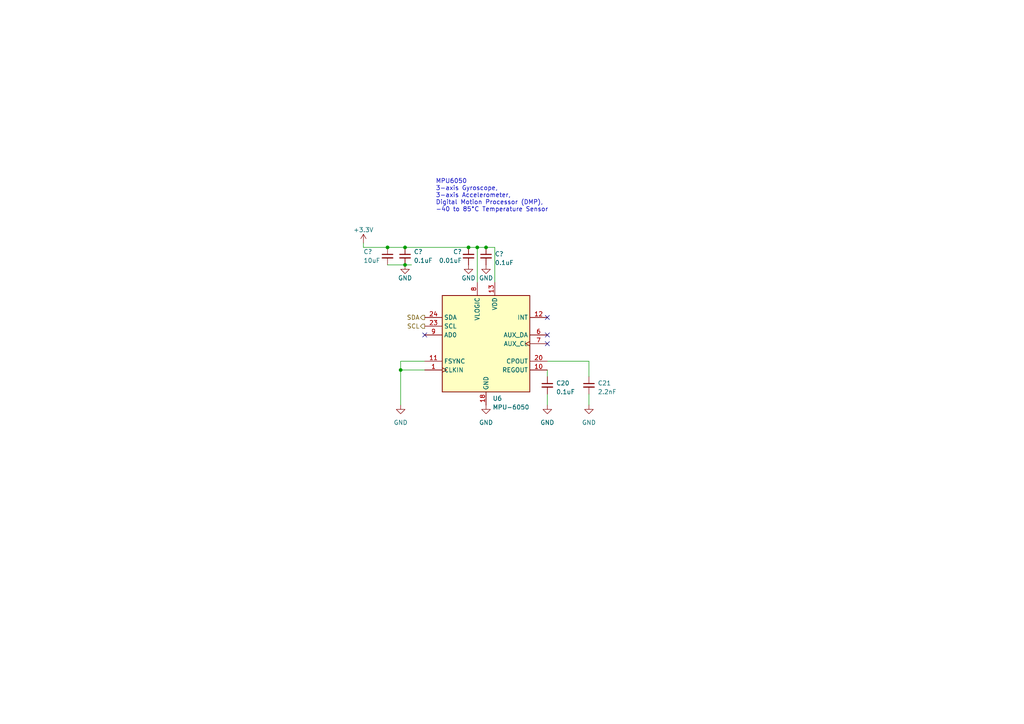
<source format=kicad_sch>
(kicad_sch (version 20230121) (generator eeschema)

  (uuid 62c22390-5170-498b-b663-7f66f396c347)

  (paper "A4")

  (lib_symbols
    (symbol "Device:C_Small" (pin_numbers hide) (pin_names (offset 0.254) hide) (in_bom yes) (on_board yes)
      (property "Reference" "C" (at 0.254 1.778 0)
        (effects (font (size 1.27 1.27)) (justify left))
      )
      (property "Value" "C_Small" (at 0.254 -2.032 0)
        (effects (font (size 1.27 1.27)) (justify left))
      )
      (property "Footprint" "" (at 0 0 0)
        (effects (font (size 1.27 1.27)) hide)
      )
      (property "Datasheet" "~" (at 0 0 0)
        (effects (font (size 1.27 1.27)) hide)
      )
      (property "ki_keywords" "capacitor cap" (at 0 0 0)
        (effects (font (size 1.27 1.27)) hide)
      )
      (property "ki_description" "Unpolarized capacitor, small symbol" (at 0 0 0)
        (effects (font (size 1.27 1.27)) hide)
      )
      (property "ki_fp_filters" "C_*" (at 0 0 0)
        (effects (font (size 1.27 1.27)) hide)
      )
      (symbol "C_Small_0_1"
        (polyline
          (pts
            (xy -1.524 -0.508)
            (xy 1.524 -0.508)
          )
          (stroke (width 0.3302) (type default))
          (fill (type none))
        )
        (polyline
          (pts
            (xy -1.524 0.508)
            (xy 1.524 0.508)
          )
          (stroke (width 0.3048) (type default))
          (fill (type none))
        )
      )
      (symbol "C_Small_1_1"
        (pin passive line (at 0 2.54 270) (length 2.032)
          (name "~" (effects (font (size 1.27 1.27))))
          (number "1" (effects (font (size 1.27 1.27))))
        )
        (pin passive line (at 0 -2.54 90) (length 2.032)
          (name "~" (effects (font (size 1.27 1.27))))
          (number "2" (effects (font (size 1.27 1.27))))
        )
      )
    )
    (symbol "Sensor_Motion:MPU-6050" (in_bom yes) (on_board yes)
      (property "Reference" "U" (at -11.43 13.97 0)
        (effects (font (size 1.27 1.27)))
      )
      (property "Value" "MPU-6050" (at 7.62 -15.24 0)
        (effects (font (size 1.27 1.27)))
      )
      (property "Footprint" "Sensor_Motion:InvenSense_QFN-24_4x4mm_P0.5mm" (at 0 -20.32 0)
        (effects (font (size 1.27 1.27)) hide)
      )
      (property "Datasheet" "https://invensense.tdk.com/wp-content/uploads/2015/02/MPU-6000-Datasheet1.pdf" (at 0 -3.81 0)
        (effects (font (size 1.27 1.27)) hide)
      )
      (property "ki_keywords" "mems" (at 0 0 0)
        (effects (font (size 1.27 1.27)) hide)
      )
      (property "ki_description" "InvenSense 6-Axis Motion Sensor, Gyroscope, Accelerometer, I2C" (at 0 0 0)
        (effects (font (size 1.27 1.27)) hide)
      )
      (property "ki_fp_filters" "*QFN*4x4mm*P0.5mm*" (at 0 0 0)
        (effects (font (size 1.27 1.27)) hide)
      )
      (symbol "MPU-6050_0_0"
        (text "" (at 12.7 -2.54 0)
          (effects (font (size 1.27 1.27)))
        )
      )
      (symbol "MPU-6050_0_1"
        (rectangle (start -12.7 13.97) (end 12.7 -13.97)
          (stroke (width 0.254) (type default))
          (fill (type background))
        )
      )
      (symbol "MPU-6050_1_1"
        (pin input clock (at -17.78 -7.62 0) (length 5.08)
          (name "CLKIN" (effects (font (size 1.27 1.27))))
          (number "1" (effects (font (size 1.27 1.27))))
        )
        (pin passive line (at 17.78 -7.62 180) (length 5.08)
          (name "REGOUT" (effects (font (size 1.27 1.27))))
          (number "10" (effects (font (size 1.27 1.27))))
        )
        (pin input line (at -17.78 -5.08 0) (length 5.08)
          (name "FSYNC" (effects (font (size 1.27 1.27))))
          (number "11" (effects (font (size 1.27 1.27))))
        )
        (pin output line (at 17.78 7.62 180) (length 5.08)
          (name "INT" (effects (font (size 1.27 1.27))))
          (number "12" (effects (font (size 1.27 1.27))))
        )
        (pin power_in line (at 2.54 17.78 270) (length 3.81)
          (name "VDD" (effects (font (size 1.27 1.27))))
          (number "13" (effects (font (size 1.27 1.27))))
        )
        (pin no_connect line (at -12.7 -10.16 0) (length 2.54) hide
          (name "NC" (effects (font (size 1.27 1.27))))
          (number "14" (effects (font (size 1.27 1.27))))
        )
        (pin no_connect line (at 12.7 12.7 180) (length 2.54) hide
          (name "NC" (effects (font (size 1.27 1.27))))
          (number "15" (effects (font (size 1.27 1.27))))
        )
        (pin no_connect line (at 12.7 10.16 180) (length 2.54) hide
          (name "NC" (effects (font (size 1.27 1.27))))
          (number "16" (effects (font (size 1.27 1.27))))
        )
        (pin no_connect line (at 12.7 5.08 180) (length 2.54) hide
          (name "NC" (effects (font (size 1.27 1.27))))
          (number "17" (effects (font (size 1.27 1.27))))
        )
        (pin power_in line (at 0 -17.78 90) (length 3.81)
          (name "GND" (effects (font (size 1.27 1.27))))
          (number "18" (effects (font (size 1.27 1.27))))
        )
        (pin no_connect line (at 12.7 -10.16 180) (length 2.54) hide
          (name "RESV" (effects (font (size 1.27 1.27))))
          (number "19" (effects (font (size 1.27 1.27))))
        )
        (pin no_connect line (at -12.7 12.7 0) (length 2.54) hide
          (name "NC" (effects (font (size 1.27 1.27))))
          (number "2" (effects (font (size 1.27 1.27))))
        )
        (pin passive line (at 17.78 -5.08 180) (length 5.08)
          (name "CPOUT" (effects (font (size 1.27 1.27))))
          (number "20" (effects (font (size 1.27 1.27))))
        )
        (pin no_connect line (at 12.7 -2.54 180) (length 2.54) hide
          (name "RESV" (effects (font (size 1.27 1.27))))
          (number "21" (effects (font (size 1.27 1.27))))
        )
        (pin no_connect line (at 12.7 -12.7 180) (length 2.54) hide
          (name "RESV" (effects (font (size 1.27 1.27))))
          (number "22" (effects (font (size 1.27 1.27))))
        )
        (pin input line (at -17.78 5.08 0) (length 5.08)
          (name "SCL" (effects (font (size 1.27 1.27))))
          (number "23" (effects (font (size 1.27 1.27))))
        )
        (pin bidirectional line (at -17.78 7.62 0) (length 5.08)
          (name "SDA" (effects (font (size 1.27 1.27))))
          (number "24" (effects (font (size 1.27 1.27))))
        )
        (pin no_connect line (at -12.7 10.16 0) (length 2.54) hide
          (name "NC" (effects (font (size 1.27 1.27))))
          (number "3" (effects (font (size 1.27 1.27))))
        )
        (pin no_connect line (at -12.7 0 0) (length 2.54) hide
          (name "NC" (effects (font (size 1.27 1.27))))
          (number "4" (effects (font (size 1.27 1.27))))
        )
        (pin no_connect line (at -12.7 -2.54 0) (length 2.54) hide
          (name "NC" (effects (font (size 1.27 1.27))))
          (number "5" (effects (font (size 1.27 1.27))))
        )
        (pin bidirectional line (at 17.78 2.54 180) (length 5.08)
          (name "AUX_DA" (effects (font (size 1.27 1.27))))
          (number "6" (effects (font (size 1.27 1.27))))
        )
        (pin output clock (at 17.78 0 180) (length 5.08)
          (name "AUX_CL" (effects (font (size 1.27 1.27))))
          (number "7" (effects (font (size 1.27 1.27))))
        )
        (pin power_in line (at -2.54 17.78 270) (length 3.81)
          (name "VLOGIC" (effects (font (size 1.27 1.27))))
          (number "8" (effects (font (size 1.27 1.27))))
        )
        (pin input line (at -17.78 2.54 0) (length 5.08)
          (name "AD0" (effects (font (size 1.27 1.27))))
          (number "9" (effects (font (size 1.27 1.27))))
        )
      )
    )
    (symbol "power:+3.3V" (power) (pin_names (offset 0)) (in_bom yes) (on_board yes)
      (property "Reference" "#PWR" (at 0 -3.81 0)
        (effects (font (size 1.27 1.27)) hide)
      )
      (property "Value" "+3.3V" (at 0 3.556 0)
        (effects (font (size 1.27 1.27)))
      )
      (property "Footprint" "" (at 0 0 0)
        (effects (font (size 1.27 1.27)) hide)
      )
      (property "Datasheet" "" (at 0 0 0)
        (effects (font (size 1.27 1.27)) hide)
      )
      (property "ki_keywords" "global power" (at 0 0 0)
        (effects (font (size 1.27 1.27)) hide)
      )
      (property "ki_description" "Power symbol creates a global label with name \"+3.3V\"" (at 0 0 0)
        (effects (font (size 1.27 1.27)) hide)
      )
      (symbol "+3.3V_0_1"
        (polyline
          (pts
            (xy -0.762 1.27)
            (xy 0 2.54)
          )
          (stroke (width 0) (type default))
          (fill (type none))
        )
        (polyline
          (pts
            (xy 0 0)
            (xy 0 2.54)
          )
          (stroke (width 0) (type default))
          (fill (type none))
        )
        (polyline
          (pts
            (xy 0 2.54)
            (xy 0.762 1.27)
          )
          (stroke (width 0) (type default))
          (fill (type none))
        )
      )
      (symbol "+3.3V_1_1"
        (pin power_in line (at 0 0 90) (length 0) hide
          (name "+3.3V" (effects (font (size 1.27 1.27))))
          (number "1" (effects (font (size 1.27 1.27))))
        )
      )
    )
    (symbol "power:GND" (power) (pin_names (offset 0)) (in_bom yes) (on_board yes)
      (property "Reference" "#PWR" (at 0 -6.35 0)
        (effects (font (size 1.27 1.27)) hide)
      )
      (property "Value" "GND" (at 0 -3.81 0)
        (effects (font (size 1.27 1.27)))
      )
      (property "Footprint" "" (at 0 0 0)
        (effects (font (size 1.27 1.27)) hide)
      )
      (property "Datasheet" "" (at 0 0 0)
        (effects (font (size 1.27 1.27)) hide)
      )
      (property "ki_keywords" "global power" (at 0 0 0)
        (effects (font (size 1.27 1.27)) hide)
      )
      (property "ki_description" "Power symbol creates a global label with name \"GND\" , ground" (at 0 0 0)
        (effects (font (size 1.27 1.27)) hide)
      )
      (symbol "GND_0_1"
        (polyline
          (pts
            (xy 0 0)
            (xy 0 -1.27)
            (xy 1.27 -1.27)
            (xy 0 -2.54)
            (xy -1.27 -1.27)
            (xy 0 -1.27)
          )
          (stroke (width 0) (type default))
          (fill (type none))
        )
      )
      (symbol "GND_1_1"
        (pin power_in line (at 0 0 270) (length 0) hide
          (name "GND" (effects (font (size 1.27 1.27))))
          (number "1" (effects (font (size 1.27 1.27))))
        )
      )
    )
  )

  (junction (at 135.89 71.755) (diameter 0) (color 0 0 0 0)
    (uuid 854c2eda-60df-4843-8fa0-71209f4c4765)
  )
  (junction (at 117.475 76.835) (diameter 0) (color 0 0 0 0)
    (uuid 9ef9db10-5af7-4276-be82-e7bb32bf2979)
  )
  (junction (at 112.395 71.755) (diameter 0) (color 0 0 0 0)
    (uuid 9f80e30b-bb31-4672-9c7d-94fa3123ae0e)
  )
  (junction (at 140.97 71.755) (diameter 0) (color 0 0 0 0)
    (uuid ac6103bc-ae8d-4d72-a45b-f5e04bdf4685)
  )
  (junction (at 138.43 71.755) (diameter 0) (color 0 0 0 0)
    (uuid be9d5b65-27c5-4c11-afd7-d4f3505174d7)
  )
  (junction (at 116.205 107.315) (diameter 0) (color 0 0 0 0)
    (uuid ed6dcb85-08d6-4e8b-a055-df6a26583792)
  )
  (junction (at 117.475 71.755) (diameter 0) (color 0 0 0 0)
    (uuid fe234fc0-3e03-46bc-b158-4f83a4d9371a)
  )

  (no_connect (at 123.19 97.155) (uuid 13727422-fd27-43b9-9d61-495c605daddb))
  (no_connect (at 158.75 97.155) (uuid 16555e23-8068-43a4-98ea-dae05284c3f5))
  (no_connect (at 158.75 92.075) (uuid 9ae42f28-0523-4360-a3e6-5373f826c62d))
  (no_connect (at 158.75 99.695) (uuid edf45302-f5f3-4af1-8461-11260daa79b6))

  (wire (pts (xy 123.19 104.775) (xy 116.205 104.775))
    (stroke (width 0) (type default))
    (uuid 00cb04f0-df06-462c-b39b-81e8e7782547)
  )
  (wire (pts (xy 138.43 71.755) (xy 140.97 71.755))
    (stroke (width 0) (type default))
    (uuid 181aeec6-3ecd-4247-9bda-ee445e2a545c)
  )
  (wire (pts (xy 117.475 76.835) (xy 119.38 76.835))
    (stroke (width 0) (type default))
    (uuid 1be92ae1-7cb8-4b41-a13d-0d5824b70c57)
  )
  (wire (pts (xy 158.75 109.22) (xy 158.75 107.315))
    (stroke (width 0) (type default))
    (uuid 1e851358-1410-40dc-949e-85c7bb13df19)
  )
  (wire (pts (xy 112.395 76.835) (xy 117.475 76.835))
    (stroke (width 0) (type default))
    (uuid 31d3d496-650d-469f-b575-74b26a54719a)
  )
  (wire (pts (xy 135.89 71.755) (xy 138.43 71.755))
    (stroke (width 0) (type default))
    (uuid 3e014802-b1fe-473e-b413-62d132137625)
  )
  (wire (pts (xy 116.205 107.315) (xy 116.205 117.475))
    (stroke (width 0) (type default))
    (uuid 4edd126d-cd17-49fa-83b5-5aaf78f04775)
  )
  (wire (pts (xy 158.75 117.475) (xy 158.75 114.3))
    (stroke (width 0) (type default))
    (uuid 50c402fe-399b-4b2d-ab96-715a36e8d23c)
  )
  (wire (pts (xy 170.815 117.475) (xy 170.815 114.3))
    (stroke (width 0) (type default))
    (uuid 50ed384a-48db-4e95-9f86-ea5f21c86fe1)
  )
  (wire (pts (xy 143.51 71.755) (xy 143.51 81.915))
    (stroke (width 0) (type default))
    (uuid 6702bdc6-314b-4c13-b12d-07e73c828f72)
  )
  (wire (pts (xy 105.41 70.485) (xy 105.41 71.755))
    (stroke (width 0) (type default))
    (uuid 689175c7-ea77-4b75-87ce-8ee2954fbe9f)
  )
  (wire (pts (xy 116.205 104.775) (xy 116.205 107.315))
    (stroke (width 0) (type default))
    (uuid 85dd9266-add4-4014-909b-526de8bc6ae2)
  )
  (wire (pts (xy 170.815 104.775) (xy 158.75 104.775))
    (stroke (width 0) (type default))
    (uuid 947aab08-59bf-4785-a3f0-4a95b74ba5be)
  )
  (wire (pts (xy 116.205 107.315) (xy 123.19 107.315))
    (stroke (width 0) (type default))
    (uuid 9e65962b-49d9-42ff-ab3a-3a111322c5e4)
  )
  (wire (pts (xy 138.43 81.915) (xy 138.43 71.755))
    (stroke (width 0) (type default))
    (uuid b207cdc5-04dd-46c5-a696-8d530a48961d)
  )
  (wire (pts (xy 170.815 109.22) (xy 170.815 104.775))
    (stroke (width 0) (type default))
    (uuid ba9f99b3-a38c-4d57-8d19-3eaec2bf4a13)
  )
  (wire (pts (xy 105.41 71.755) (xy 112.395 71.755))
    (stroke (width 0) (type default))
    (uuid c875c785-b524-4964-a4bf-c0092757878d)
  )
  (wire (pts (xy 117.475 71.755) (xy 135.89 71.755))
    (stroke (width 0) (type default))
    (uuid df3fc9fe-50f2-4b2a-8431-7ab52a623855)
  )
  (wire (pts (xy 112.395 71.755) (xy 117.475 71.755))
    (stroke (width 0) (type default))
    (uuid f1d38669-d684-4c5a-9c18-47dfde34ae4d)
  )
  (wire (pts (xy 140.97 71.755) (xy 143.51 71.755))
    (stroke (width 0) (type default))
    (uuid f461b7da-9b1f-4985-9fb5-6ea86257b182)
  )

  (text "MPU6050\n3-axis Gyroscope,\n3-axis Accelerometer,\nDigital Motion Processor (DMP),\n-40 to 85°C Temperature Sensor"
    (at 126.365 61.595 0)
    (effects (font (size 1.27 1.27)) (justify left bottom))
    (uuid e79e458f-0c3d-4608-9161-50deb64b1114)
  )

  (hierarchical_label "SDA" (shape output) (at 123.19 92.075 180) (fields_autoplaced)
    (effects (font (size 1.27 1.27)) (justify right))
    (uuid 3ada1362-e6b3-48bd-b268-bb328436a085)
  )
  (hierarchical_label "SCL" (shape output) (at 123.19 94.615 180) (fields_autoplaced)
    (effects (font (size 1.27 1.27)) (justify right))
    (uuid c40a7c24-8a25-4f55-8cb2-b7d172d23547)
  )

  (symbol (lib_id "Device:C_Small") (at 117.475 74.295 0) (unit 1)
    (in_bom yes) (on_board yes) (dnp no)
    (uuid 0afa6684-559f-4304-b8c3-6bc2c162a923)
    (property "Reference" "C?" (at 120.015 73.025 0)
      (effects (font (size 1.27 1.27)) (justify left))
    )
    (property "Value" "0.1uF" (at 120.015 75.565 0)
      (effects (font (size 1.27 1.27)) (justify left))
    )
    (property "Footprint" "" (at 117.475 74.295 0)
      (effects (font (size 1.27 1.27)) hide)
    )
    (property "Datasheet" "~" (at 117.475 74.295 0)
      (effects (font (size 1.27 1.27)) hide)
    )
    (pin "1" (uuid 65cb4da6-8c17-49a3-9d80-b8fcf0bd3848))
    (pin "2" (uuid 533012f6-6c3f-4d59-92df-7bdf02d9876d))
    (instances
      (project "Hapty"
        (path "/6956d5b6-c4e4-494f-ad33-929668a150f2/ff10d402-8077-45c3-ba96-60f8586bcca3"
          (reference "C?") (unit 1)
        )
        (path "/6956d5b6-c4e4-494f-ad33-929668a150f2/5bd4b14b-07a8-425c-a6d0-173239a56a7a"
          (reference "C17") (unit 1)
        )
      )
    )
  )

  (symbol (lib_id "power:GND") (at 158.75 117.475 0) (unit 1)
    (in_bom yes) (on_board yes) (dnp no) (fields_autoplaced)
    (uuid 0fec2242-01c6-4155-9018-f3d5a3799c39)
    (property "Reference" "#PWR046" (at 158.75 123.825 0)
      (effects (font (size 1.27 1.27)) hide)
    )
    (property "Value" "GND" (at 158.75 122.555 0)
      (effects (font (size 1.27 1.27)))
    )
    (property "Footprint" "" (at 158.75 117.475 0)
      (effects (font (size 1.27 1.27)) hide)
    )
    (property "Datasheet" "" (at 158.75 117.475 0)
      (effects (font (size 1.27 1.27)) hide)
    )
    (pin "1" (uuid 715224f0-2a52-4d2e-823b-2b058b3464de))
    (instances
      (project "Hapty"
        (path "/6956d5b6-c4e4-494f-ad33-929668a150f2/5bd4b14b-07a8-425c-a6d0-173239a56a7a"
          (reference "#PWR046") (unit 1)
        )
      )
    )
  )

  (symbol (lib_id "power:+3.3V") (at 105.41 70.485 0) (mirror y) (unit 1)
    (in_bom yes) (on_board yes) (dnp no)
    (uuid 2b42cdfe-a5b4-4b74-9bd4-29ba8cf04fb2)
    (property "Reference" "#PWR?" (at 105.41 74.295 0)
      (effects (font (size 1.27 1.27)) hide)
    )
    (property "Value" "+3.3V" (at 105.41 66.675 0)
      (effects (font (size 1.27 1.27)))
    )
    (property "Footprint" "" (at 105.41 70.485 0)
      (effects (font (size 1.27 1.27)) hide)
    )
    (property "Datasheet" "" (at 105.41 70.485 0)
      (effects (font (size 1.27 1.27)) hide)
    )
    (pin "1" (uuid 7f37d372-9382-4d50-a6a2-969bf3220fab))
    (instances
      (project "Hapty"
        (path "/6956d5b6-c4e4-494f-ad33-929668a150f2/ff10d402-8077-45c3-ba96-60f8586bcca3"
          (reference "#PWR?") (unit 1)
        )
        (path "/6956d5b6-c4e4-494f-ad33-929668a150f2/5bd4b14b-07a8-425c-a6d0-173239a56a7a"
          (reference "#PWR040") (unit 1)
        )
      )
    )
  )

  (symbol (lib_id "Device:C_Small") (at 170.815 111.76 0) (unit 1)
    (in_bom yes) (on_board yes) (dnp no)
    (uuid 30bf79e9-db1d-4704-baaa-01d47a028a07)
    (property "Reference" "C21" (at 173.355 111.125 0)
      (effects (font (size 1.27 1.27)) (justify left))
    )
    (property "Value" "2.2nF" (at 173.355 113.665 0)
      (effects (font (size 1.27 1.27)) (justify left))
    )
    (property "Footprint" "" (at 170.815 111.76 0)
      (effects (font (size 1.27 1.27)) hide)
    )
    (property "Datasheet" "~" (at 170.815 111.76 0)
      (effects (font (size 1.27 1.27)) hide)
    )
    (pin "1" (uuid 8cfa7a97-1bd3-433e-8558-9a5a21d1308a))
    (pin "2" (uuid a70ba7f2-9a36-49e5-b69c-459c23ef26e9))
    (instances
      (project "Hapty"
        (path "/6956d5b6-c4e4-494f-ad33-929668a150f2/5bd4b14b-07a8-425c-a6d0-173239a56a7a"
          (reference "C21") (unit 1)
        )
      )
    )
  )

  (symbol (lib_id "Device:C_Small") (at 112.395 74.295 0) (unit 1)
    (in_bom yes) (on_board yes) (dnp no)
    (uuid 5b688c4f-a4b6-47e2-8af0-bc685dfed7e2)
    (property "Reference" "C?" (at 105.41 73.025 0)
      (effects (font (size 1.27 1.27)) (justify left))
    )
    (property "Value" "10uF" (at 105.41 75.565 0)
      (effects (font (size 1.27 1.27)) (justify left))
    )
    (property "Footprint" "" (at 112.395 74.295 0)
      (effects (font (size 1.27 1.27)) hide)
    )
    (property "Datasheet" "~" (at 112.395 74.295 0)
      (effects (font (size 1.27 1.27)) hide)
    )
    (pin "1" (uuid 5ea1832d-23b4-4c46-96d4-e9f3bcdd6fef))
    (pin "2" (uuid d9b573b1-0e00-49f5-8c5a-d59334196c8e))
    (instances
      (project "Hapty"
        (path "/6956d5b6-c4e4-494f-ad33-929668a150f2/ff10d402-8077-45c3-ba96-60f8586bcca3"
          (reference "C?") (unit 1)
        )
        (path "/6956d5b6-c4e4-494f-ad33-929668a150f2/5bd4b14b-07a8-425c-a6d0-173239a56a7a"
          (reference "C16") (unit 1)
        )
      )
    )
  )

  (symbol (lib_id "Device:C_Small") (at 135.89 74.295 180) (unit 1)
    (in_bom yes) (on_board yes) (dnp no)
    (uuid 6bd188c6-9ccd-4822-8885-41d9d6ee74f3)
    (property "Reference" "C?" (at 133.985 73.025 0)
      (effects (font (size 1.27 1.27)) (justify left))
    )
    (property "Value" "0.01uF" (at 133.985 75.565 0)
      (effects (font (size 1.27 1.27)) (justify left))
    )
    (property "Footprint" "" (at 135.89 74.295 0)
      (effects (font (size 1.27 1.27)) hide)
    )
    (property "Datasheet" "~" (at 135.89 74.295 0)
      (effects (font (size 1.27 1.27)) hide)
    )
    (pin "1" (uuid 8f228723-b66e-4fba-81b2-b79b365bfed5))
    (pin "2" (uuid 91fd3d94-1fe9-435f-b78b-e2c14160297c))
    (instances
      (project "Hapty"
        (path "/6956d5b6-c4e4-494f-ad33-929668a150f2/ff10d402-8077-45c3-ba96-60f8586bcca3"
          (reference "C?") (unit 1)
        )
        (path "/6956d5b6-c4e4-494f-ad33-929668a150f2/5bd4b14b-07a8-425c-a6d0-173239a56a7a"
          (reference "C18") (unit 1)
        )
      )
    )
  )

  (symbol (lib_id "power:GND") (at 135.89 76.835 0) (unit 1)
    (in_bom yes) (on_board yes) (dnp no)
    (uuid 79ba71e7-4382-4157-9615-0112115cb134)
    (property "Reference" "#PWR?" (at 135.89 83.185 0)
      (effects (font (size 1.27 1.27)) hide)
    )
    (property "Value" "GND" (at 135.89 80.645 0)
      (effects (font (size 1.27 1.27)))
    )
    (property "Footprint" "" (at 135.89 76.835 0)
      (effects (font (size 1.27 1.27)) hide)
    )
    (property "Datasheet" "" (at 135.89 76.835 0)
      (effects (font (size 1.27 1.27)) hide)
    )
    (pin "1" (uuid b99a8c65-d622-4df3-8cbd-830a5afb2f79))
    (instances
      (project "Hapty"
        (path "/6956d5b6-c4e4-494f-ad33-929668a150f2/ff10d402-8077-45c3-ba96-60f8586bcca3"
          (reference "#PWR?") (unit 1)
        )
        (path "/6956d5b6-c4e4-494f-ad33-929668a150f2/5bd4b14b-07a8-425c-a6d0-173239a56a7a"
          (reference "#PWR043") (unit 1)
        )
      )
    )
  )

  (symbol (lib_id "power:GND") (at 140.97 76.835 0) (unit 1)
    (in_bom yes) (on_board yes) (dnp no)
    (uuid 804d9cf0-26d6-4243-932c-6966e3cf79d7)
    (property "Reference" "#PWR?" (at 140.97 83.185 0)
      (effects (font (size 1.27 1.27)) hide)
    )
    (property "Value" "GND" (at 140.97 80.645 0)
      (effects (font (size 1.27 1.27)))
    )
    (property "Footprint" "" (at 140.97 76.835 0)
      (effects (font (size 1.27 1.27)) hide)
    )
    (property "Datasheet" "" (at 140.97 76.835 0)
      (effects (font (size 1.27 1.27)) hide)
    )
    (pin "1" (uuid 740de54d-fe61-493f-b883-ed0969ab2799))
    (instances
      (project "Hapty"
        (path "/6956d5b6-c4e4-494f-ad33-929668a150f2/ff10d402-8077-45c3-ba96-60f8586bcca3"
          (reference "#PWR?") (unit 1)
        )
        (path "/6956d5b6-c4e4-494f-ad33-929668a150f2/5bd4b14b-07a8-425c-a6d0-173239a56a7a"
          (reference "#PWR044") (unit 1)
        )
      )
    )
  )

  (symbol (lib_id "power:GND") (at 140.97 117.475 0) (unit 1)
    (in_bom yes) (on_board yes) (dnp no) (fields_autoplaced)
    (uuid a948ddd7-b370-4416-a839-8b1e859e2bba)
    (property "Reference" "#PWR045" (at 140.97 123.825 0)
      (effects (font (size 1.27 1.27)) hide)
    )
    (property "Value" "GND" (at 140.97 122.555 0)
      (effects (font (size 1.27 1.27)))
    )
    (property "Footprint" "" (at 140.97 117.475 0)
      (effects (font (size 1.27 1.27)) hide)
    )
    (property "Datasheet" "" (at 140.97 117.475 0)
      (effects (font (size 1.27 1.27)) hide)
    )
    (pin "1" (uuid 4433d385-171c-4313-b669-096652f97676))
    (instances
      (project "Hapty"
        (path "/6956d5b6-c4e4-494f-ad33-929668a150f2/5bd4b14b-07a8-425c-a6d0-173239a56a7a"
          (reference "#PWR045") (unit 1)
        )
      )
    )
  )

  (symbol (lib_id "power:GND") (at 170.815 117.475 0) (unit 1)
    (in_bom yes) (on_board yes) (dnp no) (fields_autoplaced)
    (uuid a989ef8a-15ed-4098-8f38-70807cb7cce4)
    (property "Reference" "#PWR047" (at 170.815 123.825 0)
      (effects (font (size 1.27 1.27)) hide)
    )
    (property "Value" "GND" (at 170.815 122.555 0)
      (effects (font (size 1.27 1.27)))
    )
    (property "Footprint" "" (at 170.815 117.475 0)
      (effects (font (size 1.27 1.27)) hide)
    )
    (property "Datasheet" "" (at 170.815 117.475 0)
      (effects (font (size 1.27 1.27)) hide)
    )
    (pin "1" (uuid efba4a36-4eb4-4879-8a9d-51e13b6f2f0c))
    (instances
      (project "Hapty"
        (path "/6956d5b6-c4e4-494f-ad33-929668a150f2/5bd4b14b-07a8-425c-a6d0-173239a56a7a"
          (reference "#PWR047") (unit 1)
        )
      )
    )
  )

  (symbol (lib_id "power:GND") (at 116.205 117.475 0) (unit 1)
    (in_bom yes) (on_board yes) (dnp no) (fields_autoplaced)
    (uuid c415a60b-b507-47ec-a7af-dc8dc373fe9c)
    (property "Reference" "#PWR041" (at 116.205 123.825 0)
      (effects (font (size 1.27 1.27)) hide)
    )
    (property "Value" "GND" (at 116.205 122.555 0)
      (effects (font (size 1.27 1.27)))
    )
    (property "Footprint" "" (at 116.205 117.475 0)
      (effects (font (size 1.27 1.27)) hide)
    )
    (property "Datasheet" "" (at 116.205 117.475 0)
      (effects (font (size 1.27 1.27)) hide)
    )
    (pin "1" (uuid 1f2a5712-1cc3-4048-8c3f-339273e1f6bc))
    (instances
      (project "Hapty"
        (path "/6956d5b6-c4e4-494f-ad33-929668a150f2/5bd4b14b-07a8-425c-a6d0-173239a56a7a"
          (reference "#PWR041") (unit 1)
        )
      )
    )
  )

  (symbol (lib_id "Device:C_Small") (at 158.75 111.76 0) (unit 1)
    (in_bom yes) (on_board yes) (dnp no)
    (uuid c570a5d3-a502-4ff8-a57f-49e09da1c7ad)
    (property "Reference" "C20" (at 161.29 111.125 0)
      (effects (font (size 1.27 1.27)) (justify left))
    )
    (property "Value" "0.1uF" (at 161.29 113.665 0)
      (effects (font (size 1.27 1.27)) (justify left))
    )
    (property "Footprint" "" (at 158.75 111.76 0)
      (effects (font (size 1.27 1.27)) hide)
    )
    (property "Datasheet" "~" (at 158.75 111.76 0)
      (effects (font (size 1.27 1.27)) hide)
    )
    (pin "1" (uuid d627ac1b-dc86-4a51-a31f-f245ceb8815e))
    (pin "2" (uuid dc19e231-ac09-45b5-b3f2-acc111f03e39))
    (instances
      (project "Hapty"
        (path "/6956d5b6-c4e4-494f-ad33-929668a150f2/5bd4b14b-07a8-425c-a6d0-173239a56a7a"
          (reference "C20") (unit 1)
        )
      )
    )
  )

  (symbol (lib_id "Device:C_Small") (at 140.97 74.295 0) (unit 1)
    (in_bom yes) (on_board yes) (dnp no)
    (uuid e3b01c13-ee93-4472-af81-6906b6fc3962)
    (property "Reference" "C?" (at 143.51 73.66 0)
      (effects (font (size 1.27 1.27)) (justify left))
    )
    (property "Value" "0.1uF" (at 143.51 76.2 0)
      (effects (font (size 1.27 1.27)) (justify left))
    )
    (property "Footprint" "" (at 140.97 74.295 0)
      (effects (font (size 1.27 1.27)) hide)
    )
    (property "Datasheet" "~" (at 140.97 74.295 0)
      (effects (font (size 1.27 1.27)) hide)
    )
    (pin "1" (uuid b0708132-a6a6-4558-a9b6-8f67bc3455fb))
    (pin "2" (uuid c0953da4-4266-409e-976b-00adec9de8aa))
    (instances
      (project "Hapty"
        (path "/6956d5b6-c4e4-494f-ad33-929668a150f2/ff10d402-8077-45c3-ba96-60f8586bcca3"
          (reference "C?") (unit 1)
        )
        (path "/6956d5b6-c4e4-494f-ad33-929668a150f2/5bd4b14b-07a8-425c-a6d0-173239a56a7a"
          (reference "C19") (unit 1)
        )
      )
    )
  )

  (symbol (lib_id "Sensor_Motion:MPU-6050") (at 140.97 99.695 0) (unit 1)
    (in_bom yes) (on_board yes) (dnp no)
    (uuid e56c9a6d-d31d-442b-b915-73c16894f53b)
    (property "Reference" "U6" (at 142.875 115.57 0)
      (effects (font (size 1.27 1.27)) (justify left))
    )
    (property "Value" "MPU-6050" (at 142.875 118.11 0)
      (effects (font (size 1.27 1.27)) (justify left))
    )
    (property "Footprint" "Sensor_Motion:InvenSense_QFN-24_4x4mm_P0.5mm" (at 140.97 120.015 0)
      (effects (font (size 1.27 1.27)) hide)
    )
    (property "Datasheet" "https://invensense.tdk.com/wp-content/uploads/2015/02/MPU-6000-Datasheet1.pdf" (at 140.97 103.505 0)
      (effects (font (size 1.27 1.27)) hide)
    )
    (pin "1" (uuid e57ef457-8e40-4ae6-9332-5b5ec7275964))
    (pin "10" (uuid bfed34fd-403c-4749-a6bf-26cf2b314fff))
    (pin "11" (uuid a2daafbe-a1c7-4a70-8cd2-40b00e70019e))
    (pin "12" (uuid 32fa9fed-64de-4fc6-aa87-45db9e405bd6))
    (pin "13" (uuid 0dc89f72-1cec-4feb-8cd7-386fbc526e14))
    (pin "14" (uuid e6742ae7-438c-42f5-8bb2-e7ef0e5047c4))
    (pin "15" (uuid 4fbcfb6e-127b-4237-81f1-2c00159a799e))
    (pin "16" (uuid da177b97-7ac3-4fdf-ad84-db3f9e887e8a))
    (pin "17" (uuid 7ca9644d-a713-4ba1-83e0-984296ce0976))
    (pin "18" (uuid aa0d8a5c-0a4a-49fd-822e-5ef4c85e8058))
    (pin "19" (uuid fd085819-4624-4531-ab20-3c0017697066))
    (pin "2" (uuid ca5f5fc4-1d09-45d8-b7f9-a76cf7b4c132))
    (pin "20" (uuid 9f059d09-5edb-4278-a30b-12da357f3e20))
    (pin "21" (uuid bde28cbc-51dc-4fff-a8ff-2723aa4a530c))
    (pin "22" (uuid 7153df41-8d8e-46ce-9140-f62bec1545ce))
    (pin "23" (uuid afa4ccaa-ca24-41df-9179-36a37b3a3ed9))
    (pin "24" (uuid 3f7cc9cb-1c35-425f-b1f1-7f1a03d3b7cd))
    (pin "3" (uuid 803ac8ca-8867-4936-b548-93d5171581b8))
    (pin "4" (uuid 66889b5b-9a66-43b8-8597-6092f36c2e62))
    (pin "5" (uuid 2d5d003a-1a13-47db-a588-8f5e25b27150))
    (pin "6" (uuid c00d38b9-d6b3-482f-966e-8b0825b35ac8))
    (pin "7" (uuid cb1e2eb7-6404-49f6-895c-648843af03ed))
    (pin "8" (uuid 7ae1f84a-47a7-49b1-8372-abcc11e79e30))
    (pin "9" (uuid b8fc08e6-7220-41e7-b24f-da13c7205743))
    (instances
      (project "Hapty"
        (path "/6956d5b6-c4e4-494f-ad33-929668a150f2/5bd4b14b-07a8-425c-a6d0-173239a56a7a"
          (reference "U6") (unit 1)
        )
      )
    )
  )

  (symbol (lib_id "power:GND") (at 117.475 76.835 0) (unit 1)
    (in_bom yes) (on_board yes) (dnp no)
    (uuid ecd14028-0b63-4ada-a359-663df281f39b)
    (property "Reference" "#PWR?" (at 117.475 83.185 0)
      (effects (font (size 1.27 1.27)) hide)
    )
    (property "Value" "GND" (at 117.475 80.645 0)
      (effects (font (size 1.27 1.27)))
    )
    (property "Footprint" "" (at 117.475 76.835 0)
      (effects (font (size 1.27 1.27)) hide)
    )
    (property "Datasheet" "" (at 117.475 76.835 0)
      (effects (font (size 1.27 1.27)) hide)
    )
    (pin "1" (uuid 0c2ff5c3-3d85-4439-9f3b-da7d9b67abb2))
    (instances
      (project "Hapty"
        (path "/6956d5b6-c4e4-494f-ad33-929668a150f2/ff10d402-8077-45c3-ba96-60f8586bcca3"
          (reference "#PWR?") (unit 1)
        )
        (path "/6956d5b6-c4e4-494f-ad33-929668a150f2/5bd4b14b-07a8-425c-a6d0-173239a56a7a"
          (reference "#PWR042") (unit 1)
        )
      )
    )
  )
)

</source>
